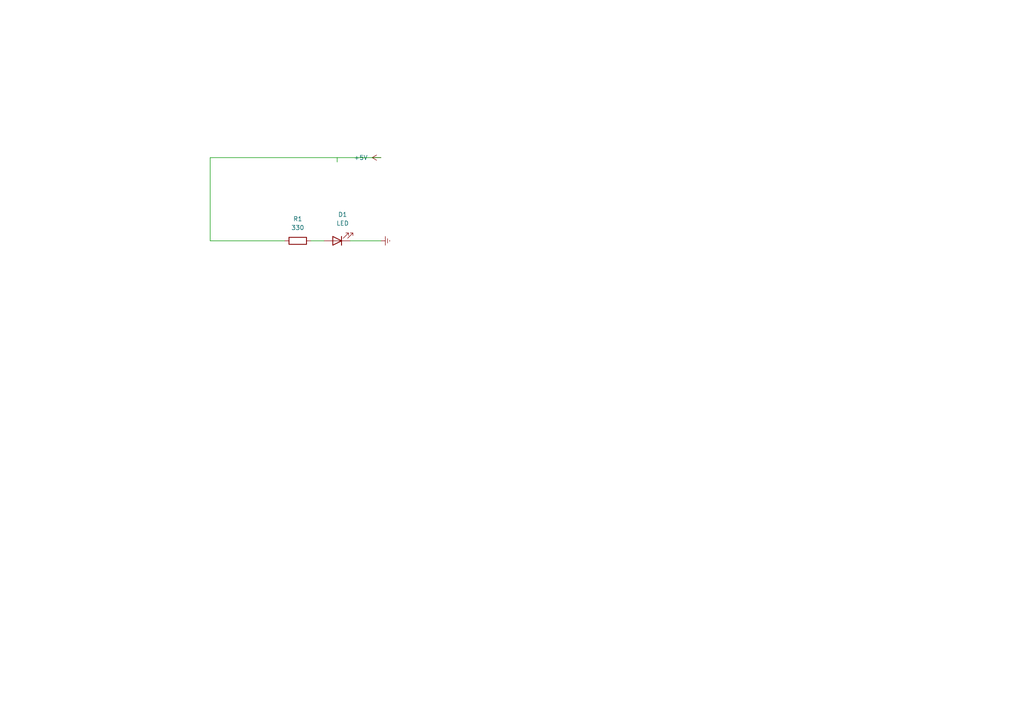
<source format=kicad_sch>
(kicad_sch (version 20230121) (generator eeschema)
  (paper "A4")
  (lib_symbols
    (symbol "Device:LED" (pin_numbers hide) (pin_names (offset 1.016) hide)
      (property "Reference" "D" (at 0 2.54 0))
      (property "Value" "LED" (at 0 -2.54 0))
      (symbol "LED_0_1"
        (polyline (pts (xy -1.27 -1.27) (xy -1.27 1.27)) (stroke (width 0.254)))
        (polyline (pts (xy -1.27 0) (xy 1.27 0)))
        (polyline (pts (xy 1.27 -1.27) (xy 1.27 1.27) (xy -1.27 0) (xy 1.27 -1.27)) (stroke (width 0.254)))
        (polyline (pts (xy -3.048 -0.762) (xy -4.572 -2.286) (xy -3.81 -2.286) (xy -4.572 -2.286) (xy -4.572 -1.524)))
        (polyline (pts (xy -1.778 -0.762) (xy -3.302 -2.286) (xy -2.54 -2.286) (xy -3.302 -2.286) (xy -3.302 -1.524)))
      )
      (symbol "LED_1_1"
        (pin passive line (at -3.81 0 0) (length 2.54) (name "K") (number "1"))
        (pin passive line (at 3.81 0 180) (length 2.54) (name "A") (number "2"))
      )
    )
    (symbol "Device:R" (pin_numbers hide) (pin_names (offset 0))
      (property "Reference" "R" (at 2.032 0 90))
      (property "Value" "R" (at 0 0 90))
      (symbol "R_0_1"
        (rectangle (start -1.016 -2.54) (end 1.016 2.54) (stroke (width 0.254)))
      )
      (symbol "R_1_1"
        (pin passive line (at 0 3.81 270) (length 1.27) (name "~") (number "1"))
        (pin passive line (at 0 -3.81 90) (length 1.27) (name "~") (number "2"))
      )
    )
    (symbol "power:+5V" (power) (pin_names (offset 0))
      (property "Value" "+5V" (at 0 3.556 0))
      (symbol "+5V_0_1"
        (polyline (pts (xy -0.762 1.27) (xy 0 2.54)))
        (polyline (pts (xy 0 0) (xy 0 2.54)))
        (polyline (pts (xy 0 2.54) (xy 0.762 1.27)))
      )
      (symbol "+5V_1_1"
        (pin power_in line (at 0 0 90) (length 0) hide (name "+5V") (number "1"))
      )
    )
    (symbol "power:Earth" (power) (pin_names (offset 0))
      (symbol "Earth_0_1"
        (polyline (pts (xy -0.635 -1.905) (xy 0.635 -1.905)))
        (polyline (pts (xy -0.127 -2.54) (xy 0.127 -2.54)))
        (polyline (pts (xy 0 -1.27) (xy 0 0)))
        (polyline (pts (xy 1.27 -1.27) (xy -1.27 -1.27)))
      )
      (symbol "Earth_1_1"
        (pin power_in line (at 0 0 270) (length 0) hide (name "Earth") (number "1"))
      )
    )
  )
  (wire (pts (xy 97.79 45.72) (xy 97.79 46.99)))
  (wire (pts (xy 60.96 45.72) (xy 60.96 69.85)))
  (wire (pts (xy 90.17 69.85) (xy 93.98 69.85)))
  (wire (pts (xy 101.6 69.85) (xy 110.49 69.85)))
  (wire (pts (xy 60.96 69.85) (xy 82.55 69.85)))
  (wire (pts (xy 60.96 45.72) (xy 110.49 45.72)))
  (symbol (lib_id "Device:R") (at 86.36 69.85 90) (unit 1)
    (property "Reference" "R1" (at 86.36 63.5 90))
    (property "Value" "330" (at 86.36 66.04 90))
  )
  (symbol (lib_id "power:Earth") (at 110.49 69.85 90) (unit 1)
    (property "Reference" "#PWR02" (effects hide))
    (property "Value" "Earth" (effects hide))
  )
  (symbol (lib_id "Device:LED") (at 97.79 69.85 180) (unit 1)
    (property "Reference" "D1" (at 99.3775 62.23 0))
    (property "Value" "LED" (at 99.3775 64.77 0))
  )
  (symbol (lib_id "power:+5V") (at 110.49 45.72 90) (unit 1)
    (property "Reference" "#PWR01" (effects hide))
    (property "Value" "+5V" (at 106.68 45.72 90) (effects (justify left)))
  )
)
</source>
